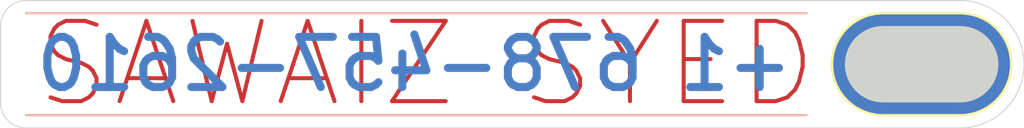
<source format=kicad_pcb>
(kicad_pcb (version 20171130) (host pcbnew "(5.1.2)-2")

  (general
    (thickness 1.6)
    (drawings 19)
    (tracks 0)
    (zones 0)
    (modules 0)
    (nets 1)
  )

  (page A4)
  (layers
    (0 F.Cu signal)
    (31 B.Cu signal)
    (32 B.Adhes user)
    (33 F.Adhes user)
    (34 B.Paste user)
    (35 F.Paste user)
    (36 B.SilkS user)
    (37 F.SilkS user)
    (38 B.Mask user)
    (39 F.Mask user)
    (40 Dwgs.User user)
    (41 Cmts.User user)
    (42 Eco1.User user)
    (43 Eco2.User user)
    (44 Edge.Cuts user)
    (45 Margin user)
    (46 B.CrtYd user)
    (47 F.CrtYd user)
    (48 B.Fab user)
    (49 F.Fab user)
  )

  (setup
    (last_trace_width 0.25)
    (trace_clearance 0.2)
    (zone_clearance 0.508)
    (zone_45_only no)
    (trace_min 0.2)
    (via_size 0.8)
    (via_drill 0.4)
    (via_min_size 0.4)
    (via_min_drill 0.3)
    (uvia_size 0.3)
    (uvia_drill 0.1)
    (uvias_allowed no)
    (uvia_min_size 0.2)
    (uvia_min_drill 0.1)
    (edge_width 0.05)
    (segment_width 0.2)
    (pcb_text_width 0.3)
    (pcb_text_size 1.5 1.5)
    (mod_edge_width 0.12)
    (mod_text_size 1 1)
    (mod_text_width 0.15)
    (pad_size 1.524 1.524)
    (pad_drill 0.762)
    (pad_to_mask_clearance 0.051)
    (solder_mask_min_width 0.25)
    (aux_axis_origin 0 0)
    (visible_elements 7EFFFFFF)
    (pcbplotparams
      (layerselection 0x010fc_ffffffff)
      (usegerberextensions false)
      (usegerberattributes false)
      (usegerberadvancedattributes false)
      (creategerberjobfile false)
      (excludeedgelayer true)
      (linewidth 0.100000)
      (plotframeref false)
      (viasonmask false)
      (mode 1)
      (useauxorigin false)
      (hpglpennumber 1)
      (hpglpenspeed 20)
      (hpglpendiameter 15.000000)
      (psnegative false)
      (psa4output false)
      (plotreference true)
      (plotvalue true)
      (plotinvisibletext false)
      (padsonsilk false)
      (subtractmaskfromsilk false)
      (outputformat 1)
      (mirror false)
      (drillshape 1)
      (scaleselection 1)
      (outputdirectory ""))
  )

  (net 0 "")

  (net_class Default "This is the default net class."
    (clearance 0.2)
    (trace_width 0.25)
    (via_dia 0.8)
    (via_drill 0.4)
    (uvia_dia 0.3)
    (uvia_drill 0.1)
  )

  (gr_arc (start 47.625 3.175) (end 47.625 5.715) (angle -180) (layer F.SilkS) (width 0.12) (tstamp 5D7E2DD0))
  (gr_line (start 43.815 3.175) (end 47.625 3.175) (layer F.Cu) (width 5.08) (tstamp 5D7E2DCF))
  (gr_arc (start 43.815 3.175) (end 43.815 0.635) (angle -180) (layer F.SilkS) (width 0.12) (tstamp 5D7E2DCE))
  (gr_line (start 47.625 5.715) (end 43.815 5.715) (layer F.SilkS) (width 0.12) (tstamp 5D7E2DCD))
  (gr_line (start 43.815 0.635) (end 47.625 0.635) (layer F.SilkS) (width 0.12) (tstamp 5D7E2DCC))
  (gr_line (start 43.815 3.175) (end 47.625 3.175) (layer Edge.Cuts) (width 3.81) (tstamp 5D7E2DCB))
  (gr_line (start 43.815 3.175) (end 47.625 3.175) (layer B.Cu) (width 5.08) (tstamp 5D7E2DCA))
  (gr_line (start 40.005 5.715) (end 1.27 5.715) (layer B.SilkS) (width 0.12) (tstamp 5D7F5997))
  (gr_line (start 40.005 0.635) (end 1.27 0.635) (layer B.SilkS) (width 0.12))
  (gr_text SAWAIZ (at 1.5875 3.175) (layer F.Mask) (tstamp 5D7F5935)
    (effects (font (size 4 4) (thickness 0.2)) (justify left))
  )
  (gr_text "   678-457-2610" (at 1.5875 3.175) (layer B.Mask) (tstamp 5D7F597C)
    (effects (font (size 2.5 2.5) (thickness 0.4)) (justify right mirror))
  )
  (gr_text "+1 678-457-2610" (at 1.5875 3.175) (layer B.Cu)
    (effects (font (size 2.5 2.5) (thickness 0.4)) (justify right mirror))
  )
  (gr_arc (start 1.27 1.27) (end 1.27 0) (angle -90) (layer Edge.Cuts) (width 0.05))
  (gr_arc (start 1.27 5.08) (end 0 5.08) (angle -90) (layer Edge.Cuts) (width 0.05))
  (gr_arc (start 47.625 3.175) (end 47.625 6.35) (angle -180) (layer Edge.Cuts) (width 0.05))
  (gr_text "SAWAIZ SYED" (at 1.5875 3.175) (layer F.Cu)
    (effects (font (size 4 4) (thickness 0.2)) (justify left))
  )
  (gr_line (start 0 5.08) (end 0 1.27) (layer Edge.Cuts) (width 0.05) (tstamp 5D7E205C))
  (gr_line (start 47.625 6.35) (end 1.27 6.35) (layer Edge.Cuts) (width 0.05))
  (gr_line (start 1.27 0) (end 47.625 0) (layer Edge.Cuts) (width 0.05))

)

</source>
